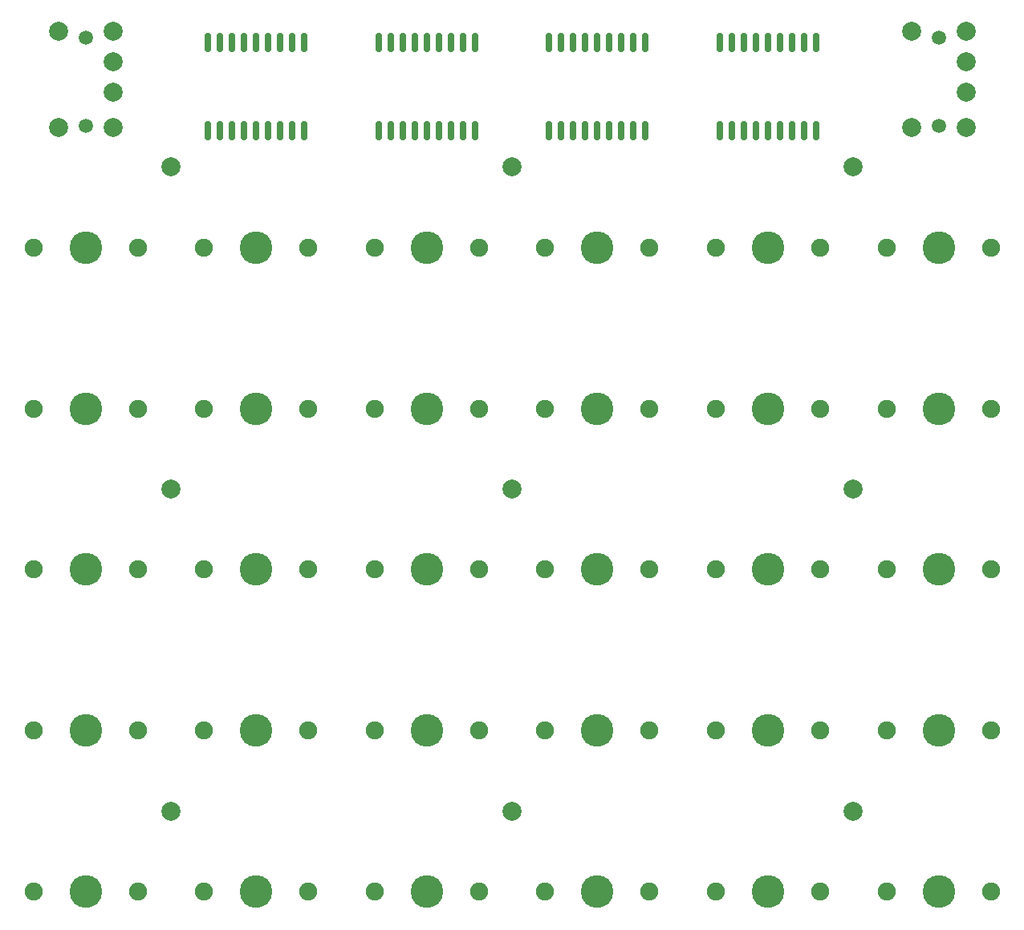
<source format=gbr>
%TF.GenerationSoftware,KiCad,Pcbnew,(6.0.4)*%
%TF.CreationDate,2022-04-25T23:47:20+01:00*%
%TF.ProjectId,pcb,7063622e-6b69-4636-9164-5f7063625858,1*%
%TF.SameCoordinates,Original*%
%TF.FileFunction,Soldermask,Top*%
%TF.FilePolarity,Negative*%
%FSLAX46Y46*%
G04 Gerber Fmt 4.6, Leading zero omitted, Abs format (unit mm)*
G04 Created by KiCad (PCBNEW (6.0.4)) date 2022-04-25 23:47:20*
%MOMM*%
%LPD*%
G01*
G04 APERTURE LIST*
G04 Aperture macros list*
%AMRoundRect*
0 Rectangle with rounded corners*
0 $1 Rounding radius*
0 $2 $3 $4 $5 $6 $7 $8 $9 X,Y pos of 4 corners*
0 Add a 4 corners polygon primitive as box body*
4,1,4,$2,$3,$4,$5,$6,$7,$8,$9,$2,$3,0*
0 Add four circle primitives for the rounded corners*
1,1,$1+$1,$2,$3*
1,1,$1+$1,$4,$5*
1,1,$1+$1,$6,$7*
1,1,$1+$1,$8,$9*
0 Add four rect primitives between the rounded corners*
20,1,$1+$1,$2,$3,$4,$5,0*
20,1,$1+$1,$4,$5,$6,$7,0*
20,1,$1+$1,$6,$7,$8,$9,0*
20,1,$1+$1,$8,$9,$2,$3,0*%
G04 Aperture macros list end*
%ADD10C,2.000000*%
%ADD11C,1.900000*%
%ADD12C,3.450000*%
%ADD13C,1.500000*%
%ADD14RoundRect,0.150000X-0.150000X0.875000X-0.150000X-0.875000X0.150000X-0.875000X0.150000X0.875000X0*%
G04 APERTURE END LIST*
D10*
%TO.C,REF\u002A\u002A*%
X117000000Y-161500000D03*
%TD*%
%TO.C,REF\u002A\u002A*%
X81000000Y-161500000D03*
%TD*%
%TO.C,REF\u002A\u002A*%
X45000000Y-161500000D03*
%TD*%
%TO.C,REF\u002A\u002A*%
X45000000Y-127500000D03*
%TD*%
%TO.C,REF\u002A\u002A*%
X81000000Y-127500000D03*
%TD*%
%TO.C,REF\u002A\u002A*%
X117000000Y-127500000D03*
%TD*%
%TO.C,REF\u002A\u002A*%
X117000000Y-93500000D03*
%TD*%
%TO.C,REF\u002A\u002A*%
X81000000Y-93500000D03*
%TD*%
%TO.C,REF\u002A\u002A*%
X45000000Y-93500000D03*
%TD*%
D11*
%TO.C,B4*%
X41500000Y-170000000D03*
D12*
X36000000Y-170000000D03*
D11*
X30500000Y-170000000D03*
%TD*%
%TO.C,B0*%
X30500000Y-102000000D03*
D12*
X36000000Y-102000000D03*
D11*
X41500000Y-102000000D03*
%TD*%
%TO.C,B10*%
X59500000Y-102000000D03*
D12*
X54000000Y-102000000D03*
D11*
X48500000Y-102000000D03*
%TD*%
%TO.C,B16*%
X66500000Y-102000000D03*
X77500000Y-102000000D03*
D12*
X72000000Y-102000000D03*
%TD*%
D10*
%TO.C,U1*%
X33125000Y-89320000D03*
X38875000Y-89320000D03*
X38875000Y-85570000D03*
X38875000Y-82370000D03*
X38875000Y-79170000D03*
X33125000Y-79170000D03*
D13*
X36000000Y-89170000D03*
X36000000Y-79870000D03*
%TD*%
D12*
%TO.C,B26*%
X108000000Y-136000000D03*
D11*
X113500000Y-136000000D03*
X102500000Y-136000000D03*
%TD*%
D10*
%TO.C,U2*%
X128875000Y-89320000D03*
X123125000Y-89320000D03*
X128875000Y-85570000D03*
X128875000Y-82370000D03*
X128875000Y-79170000D03*
X123125000Y-79170000D03*
D13*
X126000000Y-79870000D03*
X126000000Y-89170000D03*
%TD*%
D12*
%TO.C,B6*%
X54000000Y-153000000D03*
D11*
X48500000Y-153000000D03*
X59500000Y-153000000D03*
%TD*%
D12*
%TO.C,B23*%
X108000000Y-170000000D03*
D11*
X113500000Y-170000000D03*
X102500000Y-170000000D03*
%TD*%
%TO.C,B25*%
X84500000Y-102000000D03*
D12*
X90000000Y-102000000D03*
D11*
X95500000Y-102000000D03*
%TD*%
D12*
%TO.C,B5*%
X54000000Y-170000000D03*
D11*
X59500000Y-170000000D03*
X48500000Y-170000000D03*
%TD*%
%TO.C,B32*%
X131500000Y-136000000D03*
D12*
X126000000Y-136000000D03*
D11*
X120500000Y-136000000D03*
%TD*%
%TO.C,B15*%
X77500000Y-119000000D03*
X66500000Y-119000000D03*
D12*
X72000000Y-119000000D03*
%TD*%
%TO.C,B13*%
X72000000Y-153000000D03*
D11*
X77500000Y-153000000D03*
X66500000Y-153000000D03*
%TD*%
%TO.C,B7*%
X48500000Y-136000000D03*
X59500000Y-136000000D03*
D12*
X54000000Y-136000000D03*
%TD*%
D11*
%TO.C,B20*%
X84500000Y-153000000D03*
X95500000Y-153000000D03*
D12*
X90000000Y-153000000D03*
%TD*%
D11*
%TO.C,B24*%
X113500000Y-153000000D03*
X102500000Y-153000000D03*
D12*
X108000000Y-153000000D03*
%TD*%
%TO.C,B27*%
X108000000Y-119000000D03*
D11*
X113500000Y-119000000D03*
X102500000Y-119000000D03*
%TD*%
D14*
%TO.C,L0*%
X59080000Y-80350000D03*
X57810000Y-80350000D03*
X56540000Y-80350000D03*
X55270000Y-80350000D03*
X54000000Y-80350000D03*
X52730000Y-80350000D03*
X51460000Y-80350000D03*
X50190000Y-80350000D03*
X48920000Y-80350000D03*
X48920000Y-89650000D03*
X50190000Y-89650000D03*
X51460000Y-89650000D03*
X52730000Y-89650000D03*
X54000000Y-89650000D03*
X55270000Y-89650000D03*
X56540000Y-89650000D03*
X57810000Y-89650000D03*
X59080000Y-89650000D03*
%TD*%
D11*
%TO.C,B21*%
X95500000Y-136000000D03*
D12*
X90000000Y-136000000D03*
D11*
X84500000Y-136000000D03*
%TD*%
%TO.C,B22*%
X84500000Y-119000000D03*
D12*
X90000000Y-119000000D03*
D11*
X95500000Y-119000000D03*
%TD*%
D12*
%TO.C,B3*%
X36000000Y-153000000D03*
D11*
X41500000Y-153000000D03*
X30500000Y-153000000D03*
%TD*%
D12*
%TO.C,B2*%
X36000000Y-136000000D03*
D11*
X41500000Y-136000000D03*
X30500000Y-136000000D03*
%TD*%
%TO.C,B35*%
X131500000Y-102000000D03*
X120500000Y-102000000D03*
D12*
X126000000Y-102000000D03*
%TD*%
D11*
%TO.C,B12*%
X77500000Y-170000000D03*
X66500000Y-170000000D03*
D12*
X72000000Y-170000000D03*
%TD*%
D14*
%TO.C,L2*%
X95080000Y-80350000D03*
X93810000Y-80350000D03*
X92540000Y-80350000D03*
X91270000Y-80350000D03*
X90000000Y-80350000D03*
X88730000Y-80350000D03*
X87460000Y-80350000D03*
X86190000Y-80350000D03*
X84920000Y-80350000D03*
X84920000Y-89650000D03*
X86190000Y-89650000D03*
X87460000Y-89650000D03*
X88730000Y-89650000D03*
X90000000Y-89650000D03*
X91270000Y-89650000D03*
X92540000Y-89650000D03*
X93810000Y-89650000D03*
X95080000Y-89650000D03*
%TD*%
%TO.C,L1*%
X77080000Y-80350000D03*
X75810000Y-80350000D03*
X74540000Y-80350000D03*
X73270000Y-80350000D03*
X72000000Y-80350000D03*
X70730000Y-80350000D03*
X69460000Y-80350000D03*
X68190000Y-80350000D03*
X66920000Y-80350000D03*
X66920000Y-89650000D03*
X68190000Y-89650000D03*
X69460000Y-89650000D03*
X70730000Y-89650000D03*
X72000000Y-89650000D03*
X73270000Y-89650000D03*
X74540000Y-89650000D03*
X75810000Y-89650000D03*
X77080000Y-89650000D03*
%TD*%
D12*
%TO.C,B1*%
X36000000Y-119000000D03*
D11*
X30500000Y-119000000D03*
X41500000Y-119000000D03*
%TD*%
D12*
%TO.C,B17*%
X90000000Y-170000000D03*
D11*
X95500000Y-170000000D03*
X84500000Y-170000000D03*
%TD*%
D12*
%TO.C,B11*%
X54000000Y-119000000D03*
D11*
X48500000Y-119000000D03*
X59500000Y-119000000D03*
%TD*%
%TO.C,B31*%
X131500000Y-153000000D03*
D12*
X126000000Y-153000000D03*
D11*
X120500000Y-153000000D03*
%TD*%
D14*
%TO.C,L3*%
X113080000Y-80350000D03*
X111810000Y-80350000D03*
X110540000Y-80350000D03*
X109270000Y-80350000D03*
X108000000Y-80350000D03*
X106730000Y-80350000D03*
X105460000Y-80350000D03*
X104190000Y-80350000D03*
X102920000Y-80350000D03*
X102920000Y-89650000D03*
X104190000Y-89650000D03*
X105460000Y-89650000D03*
X106730000Y-89650000D03*
X108000000Y-89650000D03*
X109270000Y-89650000D03*
X110540000Y-89650000D03*
X111810000Y-89650000D03*
X113080000Y-89650000D03*
%TD*%
D11*
%TO.C,B33*%
X113500000Y-102000000D03*
D12*
X108000000Y-102000000D03*
D11*
X102500000Y-102000000D03*
%TD*%
%TO.C,B14*%
X66500000Y-136000000D03*
D12*
X72000000Y-136000000D03*
D11*
X77500000Y-136000000D03*
%TD*%
%TO.C,B34*%
X120500000Y-119000000D03*
D12*
X126000000Y-119000000D03*
D11*
X131500000Y-119000000D03*
%TD*%
D12*
%TO.C,B30*%
X126000000Y-170000000D03*
D11*
X120500000Y-170000000D03*
X131500000Y-170000000D03*
%TD*%
M02*

</source>
